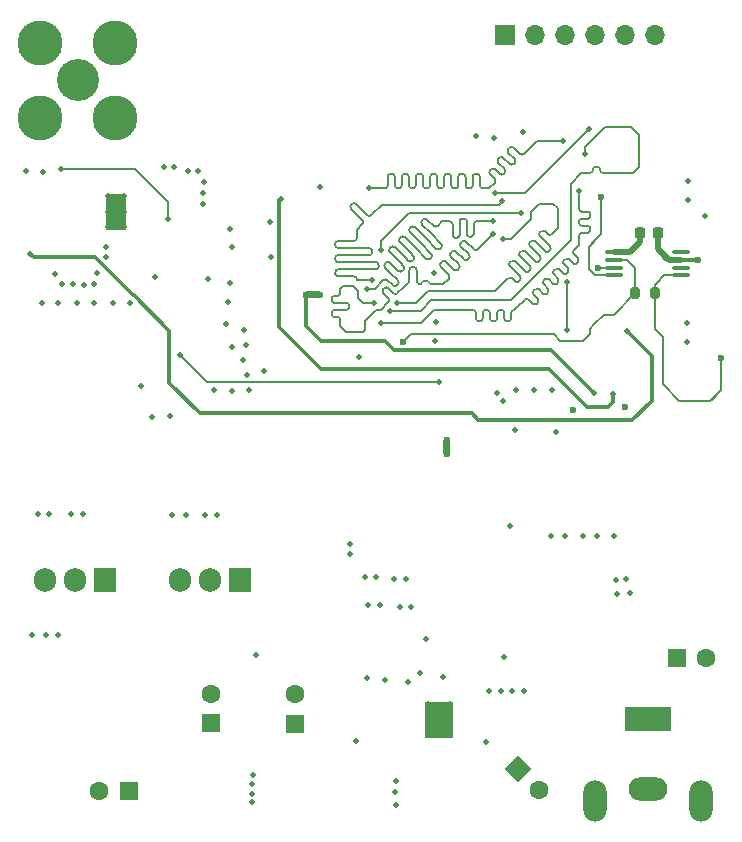
<source format=gbr>
%TF.GenerationSoftware,KiCad,Pcbnew,9.0.0-rc1-459-gb92bef8eee*%
%TF.CreationDate,2025-02-18T20:32:14+01:00*%
%TF.ProjectId,AWG101,41574731-3031-42e6-9b69-6361645f7063,rev?*%
%TF.SameCoordinates,Original*%
%TF.FileFunction,Copper,L4,Bot*%
%TF.FilePolarity,Positive*%
%FSLAX46Y46*%
G04 Gerber Fmt 4.6, Leading zero omitted, Abs format (unit mm)*
G04 Created by KiCad (PCBNEW 9.0.0-rc1-459-gb92bef8eee) date 2025-02-18 20:32:14*
%MOMM*%
%LPD*%
G01*
G04 APERTURE LIST*
G04 Aperture macros list*
%AMRoundRect*
0 Rectangle with rounded corners*
0 $1 Rounding radius*
0 $2 $3 $4 $5 $6 $7 $8 $9 X,Y pos of 4 corners*
0 Add a 4 corners polygon primitive as box body*
4,1,4,$2,$3,$4,$5,$6,$7,$8,$9,$2,$3,0*
0 Add four circle primitives for the rounded corners*
1,1,$1+$1,$2,$3*
1,1,$1+$1,$4,$5*
1,1,$1+$1,$6,$7*
1,1,$1+$1,$8,$9*
0 Add four rect primitives between the rounded corners*
20,1,$1+$1,$2,$3,$4,$5,0*
20,1,$1+$1,$4,$5,$6,$7,0*
20,1,$1+$1,$6,$7,$8,$9,0*
20,1,$1+$1,$8,$9,$2,$3,0*%
%AMRotRect*
0 Rectangle, with rotation*
0 The origin of the aperture is its center*
0 $1 length*
0 $2 width*
0 $3 Rotation angle, in degrees counterclockwise*
0 Add horizontal line*
21,1,$1,$2,0,0,$3*%
G04 Aperture macros list end*
%TA.AperFunction,EtchedComponent*%
%ADD10C,0.000000*%
%TD*%
%TA.AperFunction,ComponentPad*%
%ADD11R,1.700000X1.700000*%
%TD*%
%TA.AperFunction,ComponentPad*%
%ADD12O,1.700000X1.700000*%
%TD*%
%TA.AperFunction,SMDPad,CuDef*%
%ADD13RoundRect,0.100000X-0.637500X-0.100000X0.637500X-0.100000X0.637500X0.100000X-0.637500X0.100000X0*%
%TD*%
%TA.AperFunction,SMDPad,CuDef*%
%ADD14RoundRect,0.200000X-0.200000X-0.275000X0.200000X-0.275000X0.200000X0.275000X-0.200000X0.275000X0*%
%TD*%
%TA.AperFunction,SMDPad,CuDef*%
%ADD15RoundRect,0.225000X0.225000X0.250000X-0.225000X0.250000X-0.225000X-0.250000X0.225000X-0.250000X0*%
%TD*%
%TA.AperFunction,ComponentPad*%
%ADD16O,2.000000X3.500000*%
%TD*%
%TA.AperFunction,ComponentPad*%
%ADD17O,3.300000X2.000000*%
%TD*%
%TA.AperFunction,ComponentPad*%
%ADD18R,4.000000X2.000000*%
%TD*%
%TA.AperFunction,HeatsinkPad*%
%ADD19C,0.500000*%
%TD*%
%TA.AperFunction,HeatsinkPad*%
%ADD20R,1.800000X3.100000*%
%TD*%
%TA.AperFunction,HeatsinkPad*%
%ADD21R,2.410000X3.100000*%
%TD*%
%TA.AperFunction,ComponentPad*%
%ADD22R,1.600000X1.600000*%
%TD*%
%TA.AperFunction,ComponentPad*%
%ADD23C,1.600000*%
%TD*%
%TA.AperFunction,ComponentPad*%
%ADD24C,0.600000*%
%TD*%
%TA.AperFunction,ComponentPad*%
%ADD25RotRect,1.600000X1.600000X315.000000*%
%TD*%
%TA.AperFunction,ComponentPad*%
%ADD26R,1.905000X2.000000*%
%TD*%
%TA.AperFunction,ComponentPad*%
%ADD27O,1.905000X2.000000*%
%TD*%
%TA.AperFunction,ComponentPad*%
%ADD28C,3.556000*%
%TD*%
%TA.AperFunction,ComponentPad*%
%ADD29C,3.810000*%
%TD*%
%TA.AperFunction,ViaPad*%
%ADD30C,0.600000*%
%TD*%
%TA.AperFunction,ViaPad*%
%ADD31C,0.500000*%
%TD*%
%TA.AperFunction,Conductor*%
%ADD32C,0.300000*%
%TD*%
%TA.AperFunction,Conductor*%
%ADD33C,0.200000*%
%TD*%
%TA.AperFunction,Conductor*%
%ADD34C,0.500000*%
%TD*%
G04 APERTURE END LIST*
D10*
%TA.AperFunction,EtchedComponent*%
%TO.C,NT2*%
G36*
X67800000Y-133900000D02*
G01*
X67200000Y-133900000D01*
X67200000Y-132700000D01*
X67800000Y-132700000D01*
X67800000Y-133900000D01*
G37*
%TD.AperFunction*%
%TA.AperFunction,EtchedComponent*%
%TO.C,NT1*%
G36*
X56750000Y-120700000D02*
G01*
X55550000Y-120700000D01*
X55550000Y-120100000D01*
X56750000Y-120100000D01*
X56750000Y-120700000D01*
G37*
%TD.AperFunction*%
%TD*%
D11*
%TO.P,J5,1,VDD*%
%TO.N,+3.3VLDO*%
X72420000Y-98400000D03*
D12*
%TO.P,J5,2,SWCLK*%
%TO.N,/AWG/SWCLK*%
X74960000Y-98400000D03*
%TO.P,J5,3,GND*%
%TO.N,DGND*%
X77500000Y-98400000D03*
%TO.P,J5,4,SWDIO*%
%TO.N,/AWG/SWDIO*%
X80040000Y-98400000D03*
%TO.P,J5,5,NRST*%
%TO.N,/AWG/NRST*%
X82580000Y-98400000D03*
%TO.P,J5,6,SWO*%
%TO.N,unconnected-(J5-SWO-Pad6)*%
X85120000Y-98400000D03*
%TD*%
D13*
%TO.P,U4,1,CLKIN*%
%TO.N,/AWG/MCO1*%
X81637500Y-118775000D03*
%TO.P,U4,2,1G*%
%TO.N,+3.3VLDO*%
X81637500Y-118125000D03*
%TO.P,U4,3,Y0*%
%TO.N,/AWG/DAC_CLK*%
X81637500Y-117475000D03*
%TO.P,U4,4,GND*%
%TO.N,DGND*%
X81637500Y-116825000D03*
%TO.P,U4,5,Y1*%
%TO.N,unconnected-(U4-Y1-Pad5)*%
X87362500Y-116825000D03*
%TO.P,U4,6,V_{DD}*%
%TO.N,+3.3VLDO*%
X87362500Y-117475000D03*
%TO.P,U4,7,Y2*%
%TO.N,unconnected-(U4-Y2-Pad7)*%
X87362500Y-118125000D03*
%TO.P,U4,8,Y3*%
%TO.N,/AWG/PSSI_CLK*%
X87362500Y-118775000D03*
%TD*%
D14*
%TO.P,R3,1,1*%
%TO.N,/AWG/DAC_CLK*%
X83475000Y-120300000D03*
%TO.P,R3,2,2*%
%TO.N,/AWG/PSSI_CLK*%
X85125000Y-120300000D03*
%TD*%
D15*
%TO.P,C56,1,1*%
%TO.N,+3.3VLDO*%
X85375000Y-115200000D03*
%TO.P,C56,2,2*%
%TO.N,DGND*%
X83825000Y-115200000D03*
%TD*%
D16*
%TO.P,J3,MP*%
%TO.N,N/C*%
X89050000Y-163300000D03*
X80050000Y-163300000D03*
D17*
%TO.P,J3,2*%
%TO.N,PGND*%
X84550000Y-162300000D03*
D18*
%TO.P,J3,1*%
%TO.N,VIN*%
X84550000Y-156300000D03*
%TD*%
D19*
%TO.P,U5,9,EP*%
%TO.N,AGND*%
X40150000Y-114670000D03*
X40150000Y-112070000D03*
X40149999Y-113370000D03*
D20*
X39500000Y-113370000D03*
D19*
X38850001Y-113370000D03*
X38850000Y-114670000D03*
X38850000Y-112070000D03*
%TD*%
%TO.P,U11,9*%
%TO.N,N/C*%
X65875800Y-155087800D03*
X65875800Y-156387800D03*
X65875800Y-157687800D03*
D21*
X66830800Y-156387800D03*
D19*
X67785800Y-155087800D03*
X67785800Y-156387800D03*
X67785800Y-157687800D03*
%TD*%
D22*
%TO.P,C18,1*%
%TO.N,PGND*%
X47545103Y-156704897D03*
D23*
%TO.P,C18,2*%
%TO.N,-13V*%
X47545103Y-154204897D03*
%TD*%
D22*
%TO.P,C32,1*%
%TO.N,VIN*%
X86967621Y-151200000D03*
D23*
%TO.P,C32,2*%
%TO.N,PGND*%
X89467621Y-151200000D03*
%TD*%
D24*
%TO.P,NT2,1,1*%
%TO.N,DGND*%
X67500000Y-132700000D03*
%TO.P,NT2,2,2*%
%TO.N,PGND*%
X67500000Y-133900000D03*
%TD*%
D25*
%TO.P,C41,1*%
%TO.N,VIN*%
X73544800Y-160578800D03*
D23*
%TO.P,C41,2*%
%TO.N,PGND*%
X75312567Y-162346567D03*
%TD*%
D22*
%TO.P,C17,1*%
%TO.N,Net-(C17-Pad1)*%
X40582380Y-162400000D03*
D23*
%TO.P,C17,2*%
%TO.N,Net-(D2-A)*%
X38082380Y-162400000D03*
%TD*%
D22*
%TO.P,C16,1*%
%TO.N,+13V*%
X54647200Y-156731980D03*
D23*
%TO.P,C16,2*%
%TO.N,PGND*%
X54647200Y-154231980D03*
%TD*%
D26*
%TO.P,U15,1,GND*%
%TO.N,PGND*%
X38600000Y-144600000D03*
D27*
%TO.P,U15,2,VI*%
%TO.N,-13V*%
X36060000Y-144600000D03*
%TO.P,U15,3,VO*%
%TO.N,-12V_LDO*%
X33520001Y-144600000D03*
%TD*%
D26*
%TO.P,U10,1,GND*%
%TO.N,PGND*%
X50000000Y-144600000D03*
D27*
%TO.P,U10,2,VI*%
%TO.N,-13V*%
X47460000Y-144600000D03*
%TO.P,U10,3,VO*%
%TO.N,-5V_LDO*%
X44920001Y-144600000D03*
%TD*%
D28*
%TO.P,J1,1,In*%
%TO.N,Net-(J1-In)*%
X36250000Y-102250000D03*
D29*
%TO.P,J1,2,Ext*%
%TO.N,AGND*%
X33075000Y-99075000D03*
X33075000Y-105425000D03*
X39425000Y-99075000D03*
X39425000Y-105425000D03*
%TD*%
D24*
%TO.P,NT1,1,1*%
%TO.N,DGND*%
X56750000Y-120400000D03*
%TO.P,NT1,2,2*%
%TO.N,AGND*%
X55550000Y-120400000D03*
%TD*%
D30*
%TO.N,+3.3VLDO*%
X82600000Y-129900000D03*
%TO.N,DGND*%
X78200000Y-130200000D03*
%TO.N,/AWG/PSSI_CLK*%
X90700000Y-125800000D03*
%TO.N,+3.3VLDO*%
X88800000Y-117500000D03*
X80300000Y-118125000D03*
%TO.N,/AWG/DAC_CLK*%
X63800000Y-124400000D03*
%TO.N,DGND*%
X82800000Y-116800000D03*
%TO.N,/AWG/MCO1*%
X80600000Y-112125000D03*
D31*
%TO.N,AGND*%
X50275000Y-125950000D03*
X46900000Y-111825000D03*
X34925000Y-119500000D03*
X37600000Y-121087500D03*
X42550000Y-130775000D03*
X34350000Y-118675000D03*
X33200000Y-121087500D03*
X46475000Y-109950000D03*
X46925000Y-110900000D03*
X37625000Y-119500000D03*
X36750000Y-119575000D03*
X36200000Y-121087500D03*
X49275000Y-116375000D03*
X46900000Y-112750000D03*
X49000000Y-121000000D03*
X48775000Y-122925000D03*
X47275000Y-119050000D03*
X50575000Y-127225000D03*
X49350000Y-128575000D03*
X40712500Y-121112500D03*
X34600000Y-121087500D03*
X31875000Y-109925000D03*
X37925000Y-118600000D03*
X35875000Y-119525000D03*
X50525000Y-124675000D03*
X44075000Y-130675000D03*
X33350000Y-110050000D03*
X39200000Y-121087500D03*
X42775000Y-118900000D03*
X45575000Y-109950000D03*
X49325000Y-124800000D03*
X50725000Y-128475000D03*
X52600000Y-117200000D03*
X52557343Y-114253987D03*
X79925000Y-128750000D03*
X49175000Y-114875000D03*
%TO.N,/AWG/PSSI_D8*%
X72200000Y-112500000D03*
X61200000Y-119200000D03*
%TO.N,/AWG/PSSI_D0*%
X60900000Y-111400000D03*
X77300000Y-107400000D03*
%TO.N,/AWG/PSSI_D4*%
X61900000Y-116600000D03*
X73800000Y-113500000D03*
%TO.N,/AWG/PSSI_D9*%
X60750000Y-119900000D03*
X71400000Y-114200000D03*
%TO.N,/AWG/PSSI_D10*%
X72300000Y-115700000D03*
X63300000Y-121100000D03*
%TO.N,/AWG/PSSI_D12*%
X62700000Y-121800000D03*
X79200000Y-108474265D03*
%TO.N,/AWG/PSSI_D13*%
X78700000Y-111600000D03*
X61900000Y-122800000D03*
%TO.N,/AWG/PSSI_D11*%
X61350000Y-121100000D03*
X71400000Y-115300000D03*
%TO.N,/AWG/SWCLK*%
X71550000Y-111800000D03*
X79500000Y-106400000D03*
%TO.N,+3V3A*%
X81571091Y-128821091D03*
X53425000Y-112325000D03*
X49125000Y-119400000D03*
%TO.N,PGND*%
X83000000Y-145700000D03*
X64510000Y-146875000D03*
X64200000Y-153200000D03*
X32400000Y-149200000D03*
X47060000Y-139095000D03*
X70800000Y-158300000D03*
X74010000Y-154000000D03*
X63015000Y-144475000D03*
X61860000Y-146700000D03*
X63510000Y-146875000D03*
X35660000Y-139000000D03*
X34600000Y-149200000D03*
X65250000Y-152450000D03*
X36660000Y-139000000D03*
X62250000Y-153050000D03*
X73010000Y-154000000D03*
X33860000Y-139000000D03*
X67200000Y-152800000D03*
X51350000Y-150950000D03*
X81925000Y-145750000D03*
X59850000Y-158200000D03*
X32860000Y-139000000D03*
X72850000Y-140000000D03*
X48060000Y-139095000D03*
X81825000Y-144575000D03*
X71110000Y-154000000D03*
X45460000Y-139095000D03*
X72375000Y-151043000D03*
X61540000Y-144300000D03*
X60750000Y-152900000D03*
X44260000Y-139095000D03*
X82700000Y-144450000D03*
X33600000Y-149200000D03*
X64015000Y-144475000D03*
X72110000Y-154000000D03*
X60540000Y-144300000D03*
X60860000Y-146700000D03*
%TO.N,/AWG/695_EN*%
X66800000Y-127800000D03*
X44900000Y-125500000D03*
%TO.N,/AWG/OFFSET*%
X82750000Y-123525000D03*
X32250000Y-116950000D03*
%TO.N,-12V_LDO*%
X38625000Y-117225000D03*
X38625000Y-116375000D03*
%TO.N,/AWG/2421_SW*%
X51050000Y-161850000D03*
X63175000Y-163600000D03*
X51075000Y-161050000D03*
X51050000Y-163375000D03*
X63150000Y-162525000D03*
X51050000Y-162725000D03*
X63200000Y-161600000D03*
%TO.N,Net-(R45-Pad1)*%
X43900000Y-114000000D03*
X34800000Y-109800000D03*
%TO.N,+12VLDO*%
X59275000Y-141500000D03*
X59275000Y-142325000D03*
X44400000Y-109625000D03*
X43600000Y-109625000D03*
%TO.N,+3.3VLDO*%
X66500000Y-124300000D03*
X80250000Y-140825000D03*
X87950000Y-110800000D03*
X87800000Y-122825000D03*
X69950000Y-107000000D03*
X77475000Y-140825000D03*
X79000000Y-140825000D03*
X72250000Y-129450000D03*
X76325000Y-140850000D03*
X76375000Y-128450000D03*
X73375000Y-128450000D03*
X56750000Y-111250000D03*
X81650000Y-140800000D03*
%TO.N,-5V_LDO*%
X47775000Y-128500000D03*
%TO.N,+5VLDO*%
X41575000Y-128175000D03*
X65750000Y-149525000D03*
%TO.N,DGND*%
X73250000Y-131900000D03*
X76725000Y-132000000D03*
X74900000Y-128500000D03*
X89375000Y-113775000D03*
X71775000Y-128725000D03*
X66400000Y-118600000D03*
X50325000Y-123400000D03*
X87850000Y-124400000D03*
X66600000Y-122750000D03*
X73975000Y-106600000D03*
X71500000Y-107150000D03*
X52000000Y-126900000D03*
X87950000Y-112400000D03*
%TO.N,+3.3VLDO*%
X60075000Y-125675000D03*
%TO.N,/AWG/NRST*%
X77700000Y-119300000D03*
X77700000Y-123425000D03*
%TD*%
D32*
%TO.N,+3.3VLDO*%
X87362500Y-117475000D02*
X88775000Y-117475000D01*
X88775000Y-117475000D02*
X88800000Y-117500000D01*
D33*
%TO.N,/AWG/MCO1*%
X80600000Y-115300000D02*
X80600000Y-112125000D01*
X79500000Y-116400000D02*
X80600000Y-115300000D01*
X79500000Y-118200000D02*
X79500000Y-116400000D01*
X80075000Y-118775000D02*
X79500000Y-118200000D01*
X80000000Y-115900000D02*
X80600000Y-115300000D01*
X79500000Y-116500000D02*
X79500000Y-116400000D01*
X80600000Y-115300000D02*
X80600000Y-114700000D01*
X79500000Y-118200000D02*
X79500000Y-116500000D01*
X79600000Y-118300000D02*
X79500000Y-118200000D01*
X79500000Y-116400000D02*
X80000000Y-115900000D01*
X80075000Y-118775000D02*
X79600000Y-118300000D01*
X81637500Y-118775000D02*
X80075000Y-118775000D01*
%TO.N,+3.3VLDO*%
X80300000Y-118125000D02*
X81637500Y-118125000D01*
D34*
%TO.N,DGND*%
X83825000Y-115975000D02*
X82975000Y-116825000D01*
X82975000Y-116825000D02*
X81637500Y-116825000D01*
X83825000Y-115975000D02*
X83500000Y-116300000D01*
X83825000Y-115200000D02*
X83825000Y-115975000D01*
X83500000Y-116300000D02*
X82975000Y-116825000D01*
%TO.N,+3.3VLDO*%
X86275000Y-117475000D02*
X87362500Y-117475000D01*
X86100000Y-117300000D02*
X86275000Y-117475000D01*
X85375000Y-116575000D02*
X86275000Y-117475000D01*
X85375000Y-116575000D02*
X86100000Y-117300000D01*
X85375000Y-115200000D02*
X85375000Y-116575000D01*
D33*
%TO.N,/AWG/PSSI_CLK*%
X89800000Y-129400000D02*
X90700000Y-128500000D01*
X85800000Y-124000000D02*
X85800000Y-128000000D01*
X90700000Y-128500000D02*
X90700000Y-125800000D01*
X90000000Y-129200000D02*
X90700000Y-128500000D01*
X89800000Y-129400000D02*
X90000000Y-129200000D01*
X85800000Y-128000000D02*
X87200000Y-129400000D01*
X85125000Y-123325000D02*
X85800000Y-124000000D01*
X85800000Y-127000000D02*
X85800000Y-128000000D01*
X85125000Y-123325000D02*
X85400000Y-123600000D01*
X87200000Y-129400000D02*
X89800000Y-129400000D01*
X85800000Y-124000000D02*
X85800000Y-127000000D01*
X85400000Y-123600000D02*
X85800000Y-124000000D01*
X85125000Y-120300000D02*
X85125000Y-123325000D01*
%TO.N,/AWG/MCO1*%
X80600000Y-114700000D02*
X80600000Y-112125000D01*
%TO.N,/AWG/DAC_CLK*%
X82775000Y-117475000D02*
X83475000Y-118175000D01*
X83475000Y-118175000D02*
X83475000Y-120300000D01*
X82775000Y-117475000D02*
X83000000Y-117700000D01*
X81637500Y-117475000D02*
X82775000Y-117475000D01*
X83000000Y-117700000D02*
X83475000Y-118175000D01*
D32*
%TO.N,AGND*%
X62250000Y-124325000D02*
X56825000Y-124325000D01*
D33*
%TO.N,/AWG/DAC_CLK*%
X76549000Y-123749000D02*
X64451000Y-123749000D01*
X77100000Y-124300000D02*
X76549000Y-123749000D01*
X64451000Y-123749000D02*
X63800000Y-124400000D01*
X79000000Y-124300000D02*
X77100000Y-124300000D01*
X79600000Y-123700000D02*
X79000000Y-124300000D01*
X80000000Y-122900000D02*
X79600000Y-123300000D01*
X79600000Y-123300000D02*
X79600000Y-123700000D01*
X81300000Y-122100000D02*
X80800000Y-122100000D01*
X81675000Y-122100000D02*
X81300000Y-122100000D01*
X80800000Y-122100000D02*
X80000000Y-122900000D01*
X83475000Y-120300000D02*
X81675000Y-122100000D01*
%TO.N,/AWG/PSSI_CLK*%
X85925000Y-118775000D02*
X87362500Y-118775000D01*
X85400000Y-119300000D02*
X85925000Y-118775000D01*
X85125000Y-119575000D02*
X85925000Y-118775000D01*
X85125000Y-119575000D02*
X85400000Y-119300000D01*
X85125000Y-120300000D02*
X85125000Y-119575000D01*
%TO.N,DGND*%
X82775000Y-116825000D02*
X82800000Y-116800000D01*
X81637500Y-116825000D02*
X82775000Y-116825000D01*
D32*
%TO.N,AGND*%
X73925000Y-125125000D02*
X63050000Y-125125000D01*
X56825000Y-124325000D02*
X55550000Y-123050000D01*
X63050000Y-125125000D02*
X62250000Y-124325000D01*
X76300000Y-125125000D02*
X63050000Y-125125000D01*
X79925000Y-128750000D02*
X76300000Y-125125000D01*
X56825000Y-124325000D02*
X55800000Y-123300000D01*
X55550000Y-123050000D02*
X55550000Y-120400000D01*
X59275000Y-124325000D02*
X56825000Y-124325000D01*
X76300000Y-125125000D02*
X73925000Y-125125000D01*
X62250000Y-124325000D02*
X59275000Y-124325000D01*
X55800000Y-123300000D02*
X55550000Y-123050000D01*
D33*
%TO.N,/AWG/PSSI_D8*%
X60359620Y-114100968D02*
X59398846Y-113140194D01*
X59900000Y-115620000D02*
X59900000Y-114900000D01*
X61738741Y-118020000D02*
X61738741Y-117900000D01*
X58301259Y-117060000D02*
X60948744Y-117060000D01*
X62000000Y-112800000D02*
X71900000Y-112800000D01*
X59928495Y-119128495D02*
X59900000Y-119100000D01*
X59398846Y-112800782D02*
X59483698Y-112715931D01*
X61188744Y-116820000D02*
X61188744Y-116700000D01*
X58301259Y-115860000D02*
X59660000Y-115860000D01*
X71900000Y-112800000D02*
X72200000Y-112500000D01*
X59660000Y-118860000D02*
X58301259Y-118860000D01*
X59823110Y-112715931D02*
X60783885Y-113676706D01*
X58301259Y-116460000D02*
X60948744Y-116460000D01*
X60000000Y-119200000D02*
X59928495Y-119128495D01*
X59900000Y-114900000D02*
X60359619Y-114440380D01*
X58061259Y-118620000D02*
X58061259Y-118500000D01*
X58301259Y-117660000D02*
X61498741Y-117660000D01*
X58061259Y-116220000D02*
X58061259Y-116100000D01*
X61200000Y-119200000D02*
X60000000Y-119200000D01*
X61123297Y-113676706D02*
X61208149Y-113591851D01*
X61208149Y-113591851D02*
X62000000Y-112800000D01*
X58061259Y-117420000D02*
X58061259Y-117300000D01*
X58301259Y-118260000D02*
X61498741Y-118260000D01*
X58061259Y-116100000D02*
G75*
G02*
X58301259Y-115859959I240041J0D01*
G01*
X61188744Y-116700000D02*
G75*
G03*
X60948744Y-116459956I-240044J0D01*
G01*
X60359619Y-114440380D02*
G75*
G03*
X60359594Y-114100994I-169719J169680D01*
G01*
X59660000Y-115860000D02*
G75*
G03*
X59900000Y-115620000I0J240000D01*
G01*
X61738741Y-117900000D02*
G75*
G03*
X61498741Y-117659959I-240041J0D01*
G01*
X60783885Y-113676706D02*
G75*
G03*
X61123297Y-113676706I169706J169708D01*
G01*
X61498741Y-118260000D02*
G75*
G03*
X61738700Y-118020000I-41J240000D01*
G01*
X58061259Y-117300000D02*
G75*
G02*
X58301259Y-117059959I240041J0D01*
G01*
X59900000Y-119100000D02*
G75*
G03*
X59660000Y-118860000I-240000J0D01*
G01*
X58061259Y-118500000D02*
G75*
G02*
X58301259Y-118259959I240041J0D01*
G01*
X60948744Y-117060000D02*
G75*
G03*
X61188700Y-116820000I-44J240000D01*
G01*
X58301259Y-116460000D02*
G75*
G02*
X58061300Y-116220000I41J240000D01*
G01*
X59398846Y-113140194D02*
G75*
G02*
X59398858Y-112800794I169654J169694D01*
G01*
X59483698Y-112715931D02*
G75*
G02*
X59823110Y-112715931I169706J-169701D01*
G01*
X58301259Y-118860000D02*
G75*
G02*
X58061300Y-118620000I41J240000D01*
G01*
X58301259Y-117660000D02*
G75*
G02*
X58061300Y-117420000I41J240000D01*
G01*
%TO.N,/AWG/PSSI_D0*%
X66088490Y-111160000D02*
X66088490Y-110409651D01*
X63088490Y-110409652D02*
X63088490Y-111160000D01*
X71170563Y-109872445D02*
X71255417Y-109787592D01*
X66688490Y-110409651D02*
X66688490Y-111160000D01*
X71877624Y-108882444D02*
X71962477Y-108797592D01*
X73150408Y-107949053D02*
X73681002Y-108479647D01*
X63688490Y-111160000D02*
X63688490Y-110409652D01*
X73171885Y-109328175D02*
X73256736Y-109243322D01*
X72726143Y-108033906D02*
X72810998Y-107949052D01*
X64888490Y-111160000D02*
X64888490Y-110409650D01*
X63328490Y-111400000D02*
X63448490Y-111400000D01*
X69328490Y-111400000D02*
X69448490Y-111400000D01*
X65488490Y-110409650D02*
X65488490Y-111160000D01*
X71559677Y-110600968D02*
X71170564Y-110211855D01*
X67888490Y-110409652D02*
X67888490Y-111160000D01*
X63928490Y-110169652D02*
X64048490Y-110169652D01*
X62728490Y-110169652D02*
X62848490Y-110169652D01*
X64288490Y-110409652D02*
X64288490Y-111160000D01*
X60900000Y-111400000D02*
X62248490Y-111400000D01*
X75100057Y-107400000D02*
X77009852Y-107400000D01*
X74105266Y-108394792D02*
X75100057Y-107400000D01*
X68728490Y-110169651D02*
X68848490Y-110169651D01*
X68488490Y-111160000D02*
X68488490Y-110409651D01*
X73256737Y-108903909D02*
X72726144Y-108373316D01*
X69688490Y-111160000D02*
X69688490Y-110409652D01*
X72323353Y-110176707D02*
X72408206Y-110091851D01*
X68128490Y-111400000D02*
X68248490Y-111400000D01*
X65728490Y-111400000D02*
X65848490Y-111400000D01*
X70528490Y-111400000D02*
X71100057Y-111400000D01*
X72408207Y-109752439D02*
X71877624Y-109221856D01*
X70288490Y-110409652D02*
X70288490Y-111160000D01*
X72301889Y-108797591D02*
X72832473Y-109328175D01*
X62488490Y-111160000D02*
X62488490Y-110409652D01*
X69928490Y-110169652D02*
X70048490Y-110169652D01*
X67288490Y-111160000D02*
X67288490Y-110409652D01*
X71594829Y-109787592D02*
X71983943Y-110176706D01*
X67528490Y-110169652D02*
X67648490Y-110169652D01*
X66928490Y-111400000D02*
X67048490Y-111400000D01*
X66328490Y-110169651D02*
X66448490Y-110169651D01*
X73256736Y-109243322D02*
X73256736Y-109243321D01*
X65128490Y-110169650D02*
X65248490Y-110169650D01*
X64528490Y-111400000D02*
X64648490Y-111400000D01*
X77009852Y-107400000D02*
X77300000Y-107400000D01*
X74020414Y-108479646D02*
X74105266Y-108394792D01*
X71100057Y-111400000D02*
X71559676Y-110940380D01*
X69088490Y-110409651D02*
X69088490Y-111160000D01*
X71983943Y-110176706D02*
G75*
G03*
X72323304Y-110176659I169657J169706D01*
G01*
X71559676Y-110940380D02*
G75*
G03*
X71559651Y-110600995I-169676J169680D01*
G01*
X62848490Y-110169652D02*
G75*
G02*
X63088548Y-110409652I10J-240048D01*
G01*
X63688490Y-110409652D02*
G75*
G02*
X63928490Y-110169690I240010J-48D01*
G01*
X62248490Y-111400000D02*
G75*
G03*
X62488500Y-111160000I10J240000D01*
G01*
X71255417Y-109787592D02*
G75*
G02*
X71594829Y-109787592I169706J-169708D01*
G01*
X69688490Y-110409652D02*
G75*
G02*
X69928490Y-110169690I240010J-48D01*
G01*
X66088490Y-110409651D02*
G75*
G02*
X66328490Y-110169590I240010J51D01*
G01*
X73681002Y-108479647D02*
G75*
G03*
X74020407Y-108479639I169698J169747D01*
G01*
X67288490Y-110409652D02*
G75*
G02*
X67528490Y-110169690I240010J-48D01*
G01*
X65488490Y-111160000D02*
G75*
G03*
X65728490Y-111400010I240010J0D01*
G01*
X69088490Y-111160000D02*
G75*
G03*
X69328490Y-111400010I240010J0D01*
G01*
X68488490Y-110409651D02*
G75*
G02*
X68728490Y-110169590I240010J51D01*
G01*
X71877624Y-109221856D02*
G75*
G02*
X71877674Y-108882494I169676J169656D01*
G01*
X65248490Y-110169650D02*
G75*
G02*
X65488450Y-110409650I10J-239950D01*
G01*
X64288490Y-111160000D02*
G75*
G03*
X64528490Y-111400010I240010J0D01*
G01*
X64648490Y-111400000D02*
G75*
G03*
X64888500Y-111160000I10J240000D01*
G01*
X66448490Y-110169651D02*
G75*
G02*
X66688449Y-110409651I10J-239949D01*
G01*
X71170564Y-110211855D02*
G75*
G02*
X71170513Y-109872396I169736J169755D01*
G01*
X72832473Y-109328175D02*
G75*
G03*
X73171885Y-109328175I169706J169701D01*
G01*
X62488490Y-110409652D02*
G75*
G02*
X62728490Y-110169690I240010J-48D01*
G01*
X64888490Y-110409650D02*
G75*
G02*
X65128490Y-110169590I240010J50D01*
G01*
X73256736Y-109243321D02*
G75*
G03*
X73256752Y-108903895I-169736J169721D01*
G01*
X67648490Y-110169652D02*
G75*
G02*
X67888548Y-110409652I10J-240048D01*
G01*
X63448490Y-111400000D02*
G75*
G03*
X63688500Y-111160000I10J240000D01*
G01*
X66688490Y-111160000D02*
G75*
G03*
X66928490Y-111400010I240010J0D01*
G01*
X69448490Y-111400000D02*
G75*
G03*
X69688500Y-111160000I10J240000D01*
G01*
X70288490Y-111160000D02*
G75*
G03*
X70528490Y-111400010I240010J0D01*
G01*
X72726144Y-108373316D02*
G75*
G02*
X72726132Y-108033896I169756J169716D01*
G01*
X68248490Y-111400000D02*
G75*
G03*
X68488500Y-111160000I10J240000D01*
G01*
X72810998Y-107949052D02*
G75*
G02*
X73150406Y-107949055I169702J-169748D01*
G01*
X72408206Y-110091851D02*
G75*
G03*
X72408252Y-109752395I-169706J169751D01*
G01*
X71962477Y-108797592D02*
G75*
G02*
X72301905Y-108797574I169723J-169708D01*
G01*
X67048490Y-111400000D02*
G75*
G03*
X67288500Y-111160000I10J240000D01*
G01*
X67888490Y-111160000D02*
G75*
G03*
X68128490Y-111400010I240010J0D01*
G01*
X64048490Y-110169652D02*
G75*
G02*
X64288548Y-110409652I10J-240048D01*
G01*
X63088490Y-111160000D02*
G75*
G03*
X63328490Y-111400010I240010J0D01*
G01*
X68848490Y-110169651D02*
G75*
G02*
X69088449Y-110409651I10J-239949D01*
G01*
X65848490Y-111400000D02*
G75*
G03*
X66088500Y-111160000I10J240000D01*
G01*
X70048490Y-110169652D02*
G75*
G02*
X70288548Y-110409652I10J-240048D01*
G01*
%TO.N,/AWG/PSSI_D4*%
X61900000Y-115900000D02*
X64300000Y-113500000D01*
X61900000Y-116600000D02*
X61900000Y-115900000D01*
X64300000Y-113500000D02*
X73800000Y-113500000D01*
%TO.N,/AWG/PSSI_D9*%
X63940796Y-115528291D02*
X64856254Y-116443749D01*
X65280515Y-116019485D02*
X64365074Y-115104044D01*
X66111088Y-117359175D02*
X66195940Y-117274322D01*
X64007722Y-117292278D02*
X64251421Y-117535977D01*
X71395322Y-114200000D02*
X71400000Y-114200000D01*
X65704779Y-115595221D02*
X66620235Y-116510677D01*
X65425740Y-114467654D02*
X66129043Y-115170957D01*
X63092297Y-116376853D02*
X64007724Y-117292280D01*
X67044498Y-116086412D02*
X66129041Y-115170955D01*
X65280513Y-116019483D02*
X65280515Y-116019485D01*
X63282682Y-119621946D02*
X63367534Y-119537093D01*
X64365075Y-114764632D02*
X64449927Y-114679781D01*
X62668033Y-116461704D02*
X62752885Y-116376853D01*
X64431987Y-116868013D02*
X63516530Y-115952556D01*
X64789339Y-114679781D02*
X65704781Y-115595223D01*
X63516530Y-115613144D02*
X63601384Y-115528291D01*
X69430000Y-115484643D02*
X69550000Y-115484643D01*
X66195940Y-116934910D02*
X65280513Y-116019483D01*
X62279110Y-117769843D02*
X62363964Y-117684990D01*
X69190000Y-114091614D02*
X69190000Y-115244643D01*
X64590832Y-117535977D02*
X64675685Y-117451123D01*
X65704781Y-115595223D02*
X65704779Y-115595221D01*
X64431985Y-116868012D02*
X64431987Y-116868013D01*
X68230000Y-115584642D02*
X68350000Y-115584642D01*
X65425740Y-114128242D02*
X65510596Y-114043387D01*
X66959646Y-116510677D02*
X67044498Y-116425824D01*
X63159193Y-118140807D02*
X63402873Y-118384487D01*
X70030000Y-114200000D02*
X71395322Y-114200000D01*
X62734924Y-118565071D02*
X63367534Y-119197681D01*
X61400000Y-119900000D02*
X62140956Y-119159043D01*
X69790000Y-115244643D02*
X69790000Y-114440000D01*
X64007724Y-117292280D02*
X64007722Y-117292278D01*
X65850006Y-114043388D02*
X66383605Y-114576987D01*
X68698385Y-113983229D02*
X69081615Y-113983229D01*
X64856254Y-116443749D02*
X64856251Y-116443749D01*
X62734927Y-118565073D02*
X62279109Y-118109255D01*
X63742284Y-118384487D02*
X63827137Y-118299633D01*
X63159195Y-118140809D02*
X63159193Y-118140807D01*
X68590000Y-115344642D02*
X68590000Y-114091614D01*
X63583456Y-117716541D02*
X63583458Y-117716542D01*
X62734924Y-118565071D02*
X62734927Y-118565073D01*
X63827137Y-117960222D02*
X63583456Y-117716541D01*
X67990000Y-114440000D02*
X67990000Y-115344642D01*
X66129041Y-115170955D02*
X66129043Y-115170957D01*
X67100000Y-114200000D02*
X67750000Y-114200000D01*
X60750000Y-119900000D02*
X61400000Y-119900000D01*
X62480367Y-119159043D02*
X62943270Y-119621946D01*
X62703376Y-117684990D02*
X63159195Y-118140809D01*
X66723017Y-114576986D02*
X67100000Y-114200000D01*
X64856251Y-116443749D02*
X65771677Y-117359175D01*
X63583458Y-117716542D02*
X62668032Y-116801116D01*
X64675685Y-117111712D02*
X64431985Y-116868012D01*
X66620235Y-116510677D02*
G75*
G03*
X66959646Y-116510678I169706J169707D01*
G01*
X63367534Y-119537093D02*
G75*
G03*
X63367521Y-119197694I-169734J169693D01*
G01*
X63402873Y-118384487D02*
G75*
G03*
X63742284Y-118384488I169706J169707D01*
G01*
X69190000Y-115244643D02*
G75*
G03*
X69430000Y-115484600I240000J43D01*
G01*
X62363964Y-117684990D02*
G75*
G02*
X62703376Y-117684990I169706J-169701D01*
G01*
X64251421Y-117535977D02*
G75*
G03*
X64590832Y-117535978I169706J169707D01*
G01*
X64675685Y-117451123D02*
G75*
G03*
X64675703Y-117111694I-169685J169723D01*
G01*
X66195940Y-117274322D02*
G75*
G03*
X66195956Y-116934894I-169740J169722D01*
G01*
X63516530Y-115952556D02*
G75*
G02*
X63516580Y-115613194I169670J169656D01*
G01*
X69550000Y-115484643D02*
G75*
G03*
X69790043Y-115244643I0J240043D01*
G01*
X65425740Y-114467654D02*
G75*
G02*
X65425692Y-114128194I169660J169754D01*
G01*
X64449927Y-114679781D02*
G75*
G02*
X64789339Y-114679781I169706J-169701D01*
G01*
X69081615Y-113983229D02*
G75*
G02*
X69189971Y-114091614I-15J-108371D01*
G01*
X67990000Y-115344642D02*
G75*
G03*
X68230000Y-115584600I240000J42D01*
G01*
X67044498Y-116425824D02*
G75*
G03*
X67044516Y-116086394I-169698J169724D01*
G01*
X62668032Y-116801116D02*
G75*
G02*
X62668022Y-116461693I169668J169716D01*
G01*
X62279109Y-118109255D02*
G75*
G02*
X62279060Y-117769794I169691J169755D01*
G01*
X62752885Y-116376853D02*
G75*
G02*
X63092297Y-116376853I169706J-169701D01*
G01*
X62140956Y-119159043D02*
G75*
G02*
X62480367Y-119159042I169706J-169707D01*
G01*
X68590000Y-114091614D02*
G75*
G02*
X68698385Y-113983200I108400J14D01*
G01*
X66383605Y-114576987D02*
G75*
G03*
X66723006Y-114576976I169695J169687D01*
G01*
X67750000Y-114200000D02*
G75*
G02*
X67990000Y-114440000I0J-240000D01*
G01*
X62943270Y-119621946D02*
G75*
G03*
X63282682Y-119621946I169706J169704D01*
G01*
X65771677Y-117359175D02*
G75*
G03*
X66111088Y-117359176I169706J169707D01*
G01*
X65510596Y-114043387D02*
G75*
G02*
X65850006Y-114043388I169704J-169713D01*
G01*
X63827137Y-118299633D02*
G75*
G03*
X63827165Y-117960195I-169737J169733D01*
G01*
X68350000Y-115584642D02*
G75*
G03*
X68590042Y-115344642I0J240042D01*
G01*
X64365074Y-115104044D02*
G75*
G02*
X64365036Y-114764594I169726J169744D01*
G01*
X69790000Y-114440000D02*
G75*
G02*
X70030000Y-114200000I240000J0D01*
G01*
X63601384Y-115528291D02*
G75*
G02*
X63940796Y-115528291I169706J-169708D01*
G01*
%TO.N,/AWG/PSSI_D10*%
X73686253Y-119198880D02*
X73601400Y-119283734D01*
X75807582Y-116738156D02*
X75384714Y-116315288D01*
X64900000Y-121100000D02*
X65900000Y-120100000D01*
X75808977Y-115891023D02*
X76231846Y-116313892D01*
X74537572Y-116316674D02*
X74960448Y-116739550D01*
X74960448Y-116739550D02*
X74960449Y-116739551D01*
X63300000Y-121100000D02*
X64900000Y-121100000D01*
X73773889Y-116740931D02*
X73689036Y-116825783D01*
X76900000Y-114800000D02*
X76402948Y-115297052D01*
X72669422Y-119030581D02*
X72584569Y-119115432D01*
X73261988Y-119283735D02*
X73008834Y-119030581D01*
X73687657Y-118012343D02*
X73264780Y-117589466D01*
X74110526Y-118435212D02*
X73687658Y-118012344D01*
X73433099Y-118606313D02*
X73686254Y-118859468D01*
X72584569Y-119115432D02*
X71600000Y-120100000D01*
X74536185Y-117163815D02*
X74113301Y-116740931D01*
X76500000Y-112700000D02*
X76900000Y-113100000D01*
X71600000Y-120100000D02*
X68162612Y-120100000D01*
X74959039Y-117586669D02*
X74536186Y-117163816D01*
X74536186Y-117163816D02*
X74536185Y-117163815D01*
X76063536Y-115297052D02*
X75810357Y-115043873D01*
X72900000Y-115700000D02*
X74600000Y-114000000D01*
X73263392Y-118436606D02*
X73433099Y-118606313D01*
X75384714Y-116315288D02*
X75384713Y-116315287D01*
X65900000Y-120100000D02*
X68162612Y-120100000D01*
X73687658Y-118012344D02*
X73687657Y-118012343D01*
X75383302Y-117501817D02*
X75298451Y-117586669D01*
X73689036Y-117165195D02*
X74111919Y-117588078D01*
X75386091Y-115468138D02*
X75639269Y-115721316D01*
X75300000Y-112700000D02*
X76500000Y-112700000D01*
X74600000Y-114000000D02*
X74600000Y-113400000D01*
X74111919Y-117588078D02*
X74111921Y-117588079D01*
X75470946Y-115043873D02*
X75386091Y-115128727D01*
X75384713Y-116315287D02*
X74961836Y-115892410D01*
X72840516Y-118013730D02*
X73263392Y-118436606D01*
X76231845Y-116653304D02*
X76146994Y-116738156D01*
X72925369Y-117589466D02*
X72840516Y-117674318D01*
X74622425Y-115892410D02*
X74537572Y-115977262D01*
X72300000Y-115700000D02*
X72900000Y-115700000D01*
X75639269Y-115721316D02*
X75808977Y-115891023D01*
X74534789Y-118350360D02*
X74449938Y-118435212D01*
X74111921Y-117588079D02*
X74534790Y-118010948D01*
X74600000Y-113400000D02*
X75300000Y-112700000D01*
X76900000Y-113100000D02*
X76900000Y-114800000D01*
X74960449Y-116739551D02*
X75383303Y-117162405D01*
X73264780Y-117589466D02*
G75*
G03*
X72925370Y-117589466I-169705J-169703D01*
G01*
X76231846Y-116313892D02*
G75*
G02*
X76231848Y-116653306I-169746J-169708D01*
G01*
X73601400Y-119283734D02*
G75*
G02*
X73261994Y-119283729I-169700J169734D01*
G01*
X75383303Y-117162405D02*
G75*
G02*
X75383292Y-117501806I-169703J-169695D01*
G01*
X74537572Y-115977262D02*
G75*
G03*
X74537540Y-116316706I169728J-169738D01*
G01*
X73686254Y-118859468D02*
G75*
G02*
X73686280Y-119198907I-169654J-169732D01*
G01*
X74534790Y-118010948D02*
G75*
G02*
X74534836Y-118350406I-169690J-169752D01*
G01*
X73689036Y-116825783D02*
G75*
G03*
X73689025Y-117165206I169664J-169717D01*
G01*
X75386091Y-115128727D02*
G75*
G03*
X75386123Y-115468105I169709J-169673D01*
G01*
X72840516Y-117674318D02*
G75*
G03*
X72840540Y-118013706I169684J-169682D01*
G01*
X75810357Y-115043873D02*
G75*
G03*
X75470947Y-115043873I-169705J-169703D01*
G01*
X76402948Y-115297052D02*
G75*
G02*
X76063536Y-115297052I-169706J169704D01*
G01*
X74449938Y-118435212D02*
G75*
G02*
X74110526Y-118435212I-169706J169701D01*
G01*
X74961836Y-115892410D02*
G75*
G03*
X74622426Y-115892410I-169705J-169703D01*
G01*
X76146994Y-116738156D02*
G75*
G02*
X75807582Y-116738156I-169706J169701D01*
G01*
X75298451Y-117586669D02*
G75*
G02*
X74959039Y-117586669I-169706J169701D01*
G01*
X73008834Y-119030581D02*
G75*
G03*
X72669422Y-119030581I-169706J-169701D01*
G01*
X74113301Y-116740931D02*
G75*
G03*
X73773889Y-116740931I-169706J-169704D01*
G01*
%TO.N,/AWG/PSSI_D12*%
X72900000Y-120900000D02*
X78000000Y-115800000D01*
X80472036Y-109821055D02*
X80472036Y-109860000D01*
X83800000Y-106900000D02*
X83100000Y-106200000D01*
X83100000Y-106200000D02*
X80900000Y-106200000D01*
X62700000Y-121800000D02*
X65300000Y-121800000D01*
X80832036Y-110100000D02*
X82051368Y-110100000D01*
X78000000Y-115800000D02*
X78000000Y-111000000D01*
X80112036Y-109581055D02*
X80232036Y-109581055D01*
X78000000Y-111000000D02*
X78900000Y-110100000D01*
X65300000Y-121800000D02*
X66200000Y-120900000D01*
X82051368Y-110100000D02*
X83300000Y-110100000D01*
X66200000Y-120900000D02*
X72900000Y-120900000D01*
X83800000Y-109600000D02*
X83800000Y-106900000D01*
X78900000Y-110100000D02*
X79632036Y-110100000D01*
X80900000Y-106200000D02*
X79200000Y-107900000D01*
X83300000Y-110100000D02*
X83800000Y-109600000D01*
X79200000Y-107900000D02*
X79200000Y-108474265D01*
X80712036Y-110100000D02*
X80832036Y-110100000D01*
X79872036Y-109860000D02*
X79872036Y-109821055D01*
X80232036Y-109581055D02*
G75*
G02*
X80472045Y-109821055I-36J-240045D01*
G01*
X80472036Y-109860000D02*
G75*
G03*
X80712036Y-110099964I239964J0D01*
G01*
X79872036Y-109821055D02*
G75*
G02*
X80112036Y-109581136I239964J-45D01*
G01*
X79632036Y-110100000D02*
G75*
G03*
X79872000Y-109860000I-36J240000D01*
G01*
%TO.N,/AWG/PSSI_D13*%
X72720000Y-122663841D02*
X72600000Y-122663841D01*
X76885456Y-119377639D02*
X76800604Y-119462492D01*
X70920000Y-121700000D02*
X70800000Y-121700000D01*
X77309714Y-118613955D02*
X76967587Y-118271828D01*
X72120000Y-121700000D02*
X72000000Y-121700000D01*
X71520000Y-122663847D02*
X71400000Y-122663847D01*
X79423841Y-115174407D02*
X78940000Y-115174407D01*
X73538111Y-121361888D02*
X73200000Y-121700000D01*
X76543322Y-118356679D02*
X76543321Y-118356679D01*
X74931117Y-119968887D02*
X74846262Y-120053739D01*
X76036901Y-120226144D02*
X75952049Y-120310997D01*
X74846262Y-120053739D02*
X74846261Y-120053739D01*
X66400000Y-121700000D02*
X69720000Y-121700000D01*
X76461192Y-119462493D02*
X76119057Y-119120358D01*
X78940000Y-114574407D02*
X79423841Y-114574407D01*
X78158229Y-117765408D02*
X77816117Y-117423296D01*
X79663841Y-113614407D02*
X79663841Y-113734407D01*
X66400000Y-121700000D02*
X65300000Y-122800000D01*
X78240380Y-116999031D02*
X78582493Y-117341144D01*
X78940000Y-113374407D02*
X79423841Y-113374407D01*
X75612637Y-120310998D02*
X75270527Y-119968888D01*
X74764124Y-121159545D02*
X74421997Y-120817418D01*
X69960000Y-122423850D02*
X69960000Y-121940000D01*
X72360000Y-122423841D02*
X72360000Y-121940000D01*
X76543321Y-118696091D02*
X76885457Y-119038227D01*
X70320000Y-122663850D02*
X70200000Y-122663850D01*
X75694792Y-119205209D02*
X75694791Y-119205209D01*
X78700000Y-116200000D02*
X78240380Y-116659619D01*
X75694791Y-119544621D02*
X76036902Y-119886732D01*
X78700000Y-115414407D02*
X78700000Y-116200000D01*
X72960000Y-121940000D02*
X72960000Y-122423841D01*
X79423841Y-113974407D02*
X78940000Y-113974407D01*
X74846261Y-120393151D02*
X75188389Y-120735279D01*
X71160000Y-122423847D02*
X71160000Y-121940000D01*
X70560000Y-121940000D02*
X70560000Y-122423850D01*
X78700000Y-114214407D02*
X78700000Y-114334407D01*
X76628177Y-118271827D02*
X76543322Y-118356679D01*
X79663841Y-114814407D02*
X79663841Y-114934407D01*
X75188388Y-121074691D02*
X75103536Y-121159544D01*
X77733978Y-118529101D02*
X77649126Y-118613954D01*
X78582492Y-117680556D02*
X78497641Y-117765408D01*
X74082587Y-120817417D02*
X73997732Y-120902269D01*
X65300000Y-122800000D02*
X61900000Y-122800000D01*
X73997732Y-120902269D02*
X73538111Y-121361888D01*
X77391851Y-117847561D02*
X77733979Y-118189689D01*
X77476705Y-117423297D02*
X77391851Y-117508149D01*
X78700000Y-111600000D02*
X78700000Y-113134407D01*
X71760000Y-121940000D02*
X71760000Y-122423847D01*
X75779647Y-119120357D02*
X75694792Y-119205209D01*
X76119057Y-119120358D02*
G75*
G03*
X75779695Y-119120405I-169657J-169742D01*
G01*
X79423841Y-113374407D02*
G75*
G02*
X79663793Y-113614407I-41J-239993D01*
G01*
X72360000Y-121940000D02*
G75*
G03*
X72120000Y-121700000I-240000J0D01*
G01*
X70800000Y-121700000D02*
G75*
G03*
X70560000Y-121940000I0J-240000D01*
G01*
X72960000Y-122423841D02*
G75*
G02*
X72720000Y-122663800I-240000J41D01*
G01*
X78240380Y-116659619D02*
G75*
G03*
X78240405Y-116999006I169720J-169681D01*
G01*
X76543321Y-118356679D02*
G75*
G03*
X76543306Y-118696106I169679J-169721D01*
G01*
X74846261Y-120053739D02*
G75*
G03*
X74846306Y-120393106I169739J-169661D01*
G01*
X72600000Y-122663841D02*
G75*
G02*
X72359959Y-122423841I0J240041D01*
G01*
X76967587Y-118271828D02*
G75*
G03*
X76628196Y-118271845I-169687J-169672D01*
G01*
X73200000Y-121700000D02*
G75*
G03*
X72960000Y-121940000I0J-240000D01*
G01*
X77816117Y-117423296D02*
G75*
G03*
X77476694Y-117423285I-169717J-169704D01*
G01*
X75188389Y-120735279D02*
G75*
G02*
X75188404Y-121074707I-169689J-169721D01*
G01*
X70560000Y-122423850D02*
G75*
G02*
X70320000Y-122663900I-240000J-50D01*
G01*
X79423841Y-114574407D02*
G75*
G02*
X79663793Y-114814407I-41J-239993D01*
G01*
X78940000Y-113974407D02*
G75*
G03*
X78700007Y-114214407I0J-239993D01*
G01*
X79663841Y-114934407D02*
G75*
G02*
X79423841Y-115174441I-240041J7D01*
G01*
X78582493Y-117341144D02*
G75*
G02*
X78582443Y-117680506I-169693J-169656D01*
G01*
X71400000Y-122663847D02*
G75*
G02*
X71159953Y-122423847I0J240047D01*
G01*
X71160000Y-121940000D02*
G75*
G03*
X70920000Y-121700000I-240000J0D01*
G01*
X78940000Y-115174407D02*
G75*
G03*
X78700007Y-115414407I0J-239993D01*
G01*
X75694791Y-119205209D02*
G75*
G03*
X75694806Y-119544606I169709J-169691D01*
G01*
X77649126Y-118613954D02*
G75*
G02*
X77309695Y-118613975I-169726J169754D01*
G01*
X76800604Y-119462492D02*
G75*
G02*
X76461195Y-119462491I-169704J169692D01*
G01*
X75270527Y-119968888D02*
G75*
G03*
X74931096Y-119968865I-169727J-169712D01*
G01*
X79663841Y-113734407D02*
G75*
G02*
X79423841Y-113974441I-240041J7D01*
G01*
X77733979Y-118189689D02*
G75*
G02*
X77733983Y-118529107I-169679J-169711D01*
G01*
X70200000Y-122663850D02*
G75*
G02*
X69960050Y-122423850I0J239950D01*
G01*
X75952049Y-120310997D02*
G75*
G02*
X75612595Y-120311041I-169749J169697D01*
G01*
X77391851Y-117508149D02*
G75*
G03*
X77391806Y-117847606I169749J-169751D01*
G01*
X76036902Y-119886732D02*
G75*
G02*
X76036864Y-120226106I-169702J-169668D01*
G01*
X72000000Y-121700000D02*
G75*
G03*
X71760000Y-121940000I0J-240000D01*
G01*
X74421997Y-120817418D02*
G75*
G03*
X74082596Y-120817425I-169697J-169682D01*
G01*
X78700000Y-114334407D02*
G75*
G03*
X78940000Y-114574400I240000J7D01*
G01*
X71760000Y-122423847D02*
G75*
G02*
X71520000Y-122663800I-240000J47D01*
G01*
X75103536Y-121159544D02*
G75*
G02*
X74764095Y-121159575I-169736J169744D01*
G01*
X78497641Y-117765408D02*
G75*
G02*
X78158229Y-117765408I-169706J169701D01*
G01*
X78700000Y-113134407D02*
G75*
G03*
X78940000Y-113374400I240000J7D01*
G01*
X76885457Y-119038227D02*
G75*
G02*
X76885424Y-119377606I-169657J-169673D01*
G01*
X69960000Y-121940000D02*
G75*
G03*
X69720000Y-121700000I-240000J0D01*
G01*
%TO.N,/AWG/PSSI_D11*%
X68685849Y-115992196D02*
X68770702Y-115907344D01*
X65540041Y-119259959D02*
X65900735Y-119259959D01*
X58260000Y-120496170D02*
X57990000Y-120496170D01*
X60000000Y-120100000D02*
X59600000Y-119700000D01*
X61350000Y-121100000D02*
X60400000Y-121100000D01*
X59000000Y-123600000D02*
X60400000Y-123600000D01*
X65180735Y-119499265D02*
X65300735Y-119499265D01*
X57750000Y-120736170D02*
X57750000Y-120856170D01*
X57990000Y-121696170D02*
X59010000Y-121696170D01*
X58500000Y-119900000D02*
X58500000Y-120256170D01*
X69357415Y-117003174D02*
X68685849Y-116331608D01*
X64580735Y-118069526D02*
X64700735Y-118069526D01*
X60600000Y-123400000D02*
X60600000Y-122600000D01*
X62553789Y-119858613D02*
X62977884Y-120282708D01*
X58500000Y-122536170D02*
X58500000Y-123100000D01*
X59250000Y-121336170D02*
X59250000Y-121456170D01*
X60400000Y-123600000D02*
X60600000Y-123400000D01*
X67413043Y-117604393D02*
X68084621Y-118275971D01*
X60600000Y-122600000D02*
X61500000Y-121700000D01*
X67837290Y-116840697D02*
X67922143Y-116755845D01*
X63861767Y-119738232D02*
X64100735Y-119499265D01*
X70121093Y-116578910D02*
X70665563Y-116034436D01*
X67660355Y-118700233D02*
X66988778Y-118028656D01*
X66988777Y-117689246D02*
X67073631Y-117604393D01*
X57990000Y-121096170D02*
X59010000Y-121096170D01*
X61900000Y-121700000D02*
X62553618Y-121046382D01*
X68508885Y-117851704D02*
X67837290Y-117180109D01*
X61500000Y-121700000D02*
X61900000Y-121700000D01*
X58500000Y-123100000D02*
X59000000Y-123600000D01*
X62553619Y-120706970D02*
X62129525Y-120282876D01*
X70665563Y-116034436D02*
X71400000Y-115300000D01*
X59600000Y-119700000D02*
X58700000Y-119700000D01*
X64940735Y-118309526D02*
X64940735Y-119259265D01*
X66140041Y-119499265D02*
X67200735Y-119499265D01*
X69272563Y-117427440D02*
X69357414Y-117342587D01*
X68261555Y-116755844D02*
X68933151Y-117427440D01*
X69110114Y-115907343D02*
X69781681Y-116578910D01*
X57750000Y-121936170D02*
X57750000Y-122056170D01*
X68424031Y-118275972D02*
X68508884Y-118191116D01*
X67200735Y-119499265D02*
X67660354Y-119039645D01*
X60000000Y-120700000D02*
X60000000Y-120100000D01*
X63317296Y-120282707D02*
X63861767Y-119738232D01*
X57990000Y-122296170D02*
X58260000Y-122296170D01*
X62129524Y-119943466D02*
X62214379Y-119858612D01*
X60400000Y-121100000D02*
X60000000Y-120700000D01*
X64340735Y-119259265D02*
X64340735Y-118309526D01*
X69357414Y-117342587D02*
X69357414Y-117342586D01*
X58700000Y-119700000D02*
X58500000Y-119900000D01*
X69357414Y-117342586D02*
G75*
G03*
X69357395Y-117003195I-169714J169686D01*
G01*
X64940735Y-119259265D02*
G75*
G03*
X65180735Y-119499265I239965J-35D01*
G01*
X57750000Y-122056170D02*
G75*
G03*
X57990000Y-122296200I240000J-30D01*
G01*
X58260000Y-122296170D02*
G75*
G02*
X58500030Y-122536170I0J-240030D01*
G01*
X59010000Y-121096170D02*
G75*
G02*
X59250030Y-121336170I0J-240030D01*
G01*
X68770702Y-115907344D02*
G75*
G02*
X69110105Y-115907351I169698J-169656D01*
G01*
X66020388Y-119379612D02*
G75*
G03*
X66140041Y-119499212I119612J12D01*
G01*
X67922143Y-116755845D02*
G75*
G02*
X68261505Y-116755893I169657J-169655D01*
G01*
X68933151Y-117427440D02*
G75*
G03*
X69272563Y-117427440I169706J169701D01*
G01*
X62553618Y-121046382D02*
G75*
G03*
X62553595Y-120706994I-169718J169682D01*
G01*
X57990000Y-121696170D02*
G75*
G03*
X57749970Y-121936170I0J-240030D01*
G01*
X64100735Y-119499265D02*
G75*
G03*
X64340665Y-119259265I-35J239965D01*
G01*
X68508884Y-118191116D02*
G75*
G03*
X68508895Y-117851694I-169684J169716D01*
G01*
X65300735Y-119499265D02*
G75*
G03*
X65420365Y-119379612I-35J119665D01*
G01*
X64340735Y-118309526D02*
G75*
G02*
X64580735Y-118069535I239965J26D01*
G01*
X67073631Y-117604393D02*
G75*
G02*
X67413043Y-117604393I169706J-169708D01*
G01*
X66988778Y-118028656D02*
G75*
G02*
X66988826Y-117689296I169722J169656D01*
G01*
X67837290Y-117180109D02*
G75*
G02*
X67837287Y-116840694I169710J169709D01*
G01*
X65420388Y-119379612D02*
G75*
G02*
X65540041Y-119259988I119612J12D01*
G01*
X62214379Y-119858612D02*
G75*
G02*
X62553806Y-119858596I169721J-169688D01*
G01*
X64700735Y-118069526D02*
G75*
G02*
X64940674Y-118309526I-35J-239974D01*
G01*
X67660354Y-119039645D02*
G75*
G03*
X67660394Y-118700195I-169754J169745D01*
G01*
X59250000Y-121456170D02*
G75*
G02*
X59010000Y-121696200I-240000J-30D01*
G01*
X69781681Y-116578910D02*
G75*
G03*
X70121093Y-116578910I169706J169701D01*
G01*
X58500000Y-120256170D02*
G75*
G02*
X58260000Y-120496200I-240000J-30D01*
G01*
X68084621Y-118275971D02*
G75*
G03*
X68424004Y-118275946I169679J169671D01*
G01*
X57750000Y-120856170D02*
G75*
G03*
X57990000Y-121096200I240000J-30D01*
G01*
X68685849Y-116331608D02*
G75*
G02*
X68685847Y-115992194I169651J169708D01*
G01*
X65900735Y-119259959D02*
G75*
G02*
X66020341Y-119379612I-35J-119641D01*
G01*
X62977884Y-120282708D02*
G75*
G03*
X63317306Y-120282718I169716J169708D01*
G01*
X62129525Y-120282876D02*
G75*
G02*
X62129553Y-119943496I169675J169676D01*
G01*
X57990000Y-120496170D02*
G75*
G03*
X57749970Y-120736170I0J-240030D01*
G01*
%TO.N,/AWG/SWCLK*%
X74100000Y-111800000D02*
X71550000Y-111800000D01*
X79500000Y-106400000D02*
X74100000Y-111800000D01*
D32*
%TO.N,+3V3A*%
X67500000Y-126700000D02*
X56850000Y-126700000D01*
X81571091Y-128821091D02*
X81571091Y-129503909D01*
X76175000Y-126700000D02*
X56850000Y-126700000D01*
X79400000Y-129925000D02*
X81150000Y-129925000D01*
X76175000Y-126700000D02*
X78425000Y-128950000D01*
X67500000Y-126700000D02*
X76175000Y-126700000D01*
X53325000Y-112425000D02*
X53425000Y-112325000D01*
X78425000Y-128950000D02*
X79400000Y-129925000D01*
X53325000Y-123175000D02*
X53325000Y-112425000D01*
X81571091Y-129503909D02*
X81150000Y-129925000D01*
X56850000Y-126700000D02*
X53325000Y-123175000D01*
X79400000Y-129925000D02*
X76175000Y-126700000D01*
D33*
%TO.N,/AWG/695_EN*%
X47226000Y-127826000D02*
X66774000Y-127826000D01*
X44900000Y-125500000D02*
X47226000Y-127826000D01*
X66774000Y-127826000D02*
X66800000Y-127800000D01*
D32*
%TO.N,/AWG/OFFSET*%
X44000000Y-123479346D02*
X44000000Y-127850000D01*
X46600000Y-130450000D02*
X69625000Y-130450000D01*
X84850000Y-125625000D02*
X82750000Y-123525000D01*
X40982154Y-120461500D02*
X44000000Y-123479346D01*
X32250000Y-116950000D02*
X32525000Y-117225000D01*
X70175000Y-131000000D02*
X83225000Y-131000000D01*
X32525000Y-117225000D02*
X37704346Y-117225000D01*
X40940846Y-120461500D02*
X40982154Y-120461500D01*
X83225000Y-131000000D02*
X84850000Y-129375000D01*
X44000000Y-127850000D02*
X46600000Y-130450000D01*
X84850000Y-129375000D02*
X84850000Y-125625000D01*
X37704346Y-117225000D02*
X40940846Y-120461500D01*
X69625000Y-130450000D02*
X70175000Y-131000000D01*
D33*
%TO.N,Net-(R45-Pad1)*%
X41100000Y-109800000D02*
X43900000Y-112600000D01*
X43900000Y-114000000D02*
X43900000Y-112600000D01*
X41100000Y-109800000D02*
X34800000Y-109800000D01*
%TO.N,/AWG/NRST*%
X77700000Y-119300000D02*
X77700000Y-123425000D01*
%TD*%
M02*

</source>
